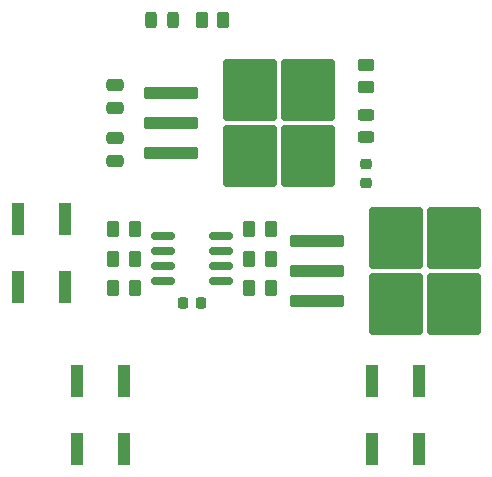
<source format=gtp>
%TF.GenerationSoftware,KiCad,Pcbnew,9.0.0*%
%TF.CreationDate,2025-03-26T19:28:16+01:00*%
%TF.ProjectId,attiny_pwm,61747469-6e79-45f7-9077-6d2e6b696361,1*%
%TF.SameCoordinates,Original*%
%TF.FileFunction,Paste,Top*%
%TF.FilePolarity,Positive*%
%FSLAX46Y46*%
G04 Gerber Fmt 4.6, Leading zero omitted, Abs format (unit mm)*
G04 Created by KiCad (PCBNEW 9.0.0) date 2025-03-26 19:28:16*
%MOMM*%
%LPD*%
G01*
G04 APERTURE LIST*
G04 Aperture macros list*
%AMRoundRect*
0 Rectangle with rounded corners*
0 $1 Rounding radius*
0 $2 $3 $4 $5 $6 $7 $8 $9 X,Y pos of 4 corners*
0 Add a 4 corners polygon primitive as box body*
4,1,4,$2,$3,$4,$5,$6,$7,$8,$9,$2,$3,0*
0 Add four circle primitives for the rounded corners*
1,1,$1+$1,$2,$3*
1,1,$1+$1,$4,$5*
1,1,$1+$1,$6,$7*
1,1,$1+$1,$8,$9*
0 Add four rect primitives between the rounded corners*
20,1,$1+$1,$2,$3,$4,$5,0*
20,1,$1+$1,$4,$5,$6,$7,0*
20,1,$1+$1,$6,$7,$8,$9,0*
20,1,$1+$1,$8,$9,$2,$3,0*%
G04 Aperture macros list end*
%ADD10R,1.000000X2.750000*%
%ADD11RoundRect,0.218750X-0.256250X0.218750X-0.256250X-0.218750X0.256250X-0.218750X0.256250X0.218750X0*%
%ADD12RoundRect,0.250000X-2.025000X-2.375000X2.025000X-2.375000X2.025000X2.375000X-2.025000X2.375000X0*%
%ADD13RoundRect,0.250000X-2.050000X-0.300000X2.050000X-0.300000X2.050000X0.300000X-2.050000X0.300000X0*%
%ADD14RoundRect,0.250000X-0.450000X0.262500X-0.450000X-0.262500X0.450000X-0.262500X0.450000X0.262500X0*%
%ADD15RoundRect,0.250000X-0.262500X-0.450000X0.262500X-0.450000X0.262500X0.450000X-0.262500X0.450000X0*%
%ADD16RoundRect,0.250000X0.475000X-0.250000X0.475000X0.250000X-0.475000X0.250000X-0.475000X-0.250000X0*%
%ADD17RoundRect,0.243750X-0.243750X-0.456250X0.243750X-0.456250X0.243750X0.456250X-0.243750X0.456250X0*%
%ADD18RoundRect,0.250000X-0.475000X0.250000X-0.475000X-0.250000X0.475000X-0.250000X0.475000X0.250000X0*%
%ADD19RoundRect,0.243750X0.456250X-0.243750X0.456250X0.243750X-0.456250X0.243750X-0.456250X-0.243750X0*%
%ADD20RoundRect,0.150000X0.825000X0.150000X-0.825000X0.150000X-0.825000X-0.150000X0.825000X-0.150000X0*%
%ADD21RoundRect,0.250000X0.262500X0.450000X-0.262500X0.450000X-0.262500X-0.450000X0.262500X-0.450000X0*%
%ADD22RoundRect,0.225000X0.225000X0.250000X-0.225000X0.250000X-0.225000X-0.250000X0.225000X-0.250000X0*%
G04 APERTURE END LIST*
D10*
%TO.C,SW2*%
X148673000Y-125507000D03*
X148673000Y-131257000D03*
X144673000Y-125507000D03*
X144673000Y-131257000D03*
%TD*%
D11*
%TO.C,D2*%
X169173000Y-108669500D03*
X169173000Y-107094500D03*
%TD*%
D12*
%TO.C,U1*%
X164223000Y-106407000D03*
X164223000Y-100857000D03*
X159373000Y-106407000D03*
X159373000Y-100857000D03*
D13*
X152648000Y-106172000D03*
X152648000Y-103632000D03*
X152648000Y-101092000D03*
%TD*%
D14*
%TO.C,R8*%
X169173000Y-100544500D03*
X169173000Y-98719500D03*
%TD*%
D15*
%TO.C,R6*%
X149585500Y-117632000D03*
X147760500Y-117632000D03*
%TD*%
%TO.C,R2*%
X149585500Y-115132000D03*
X147760500Y-115132000D03*
%TD*%
D10*
%TO.C,SW1*%
X143673000Y-111757000D03*
X143673000Y-117507000D03*
X139673000Y-111757000D03*
X139673000Y-117507000D03*
%TD*%
D16*
%TO.C,C2*%
X147923000Y-104932000D03*
X147923000Y-106832000D03*
%TD*%
D15*
%TO.C,R7*%
X161085500Y-117632000D03*
X159260500Y-117632000D03*
%TD*%
D17*
%TO.C,D1*%
X152860500Y-94882000D03*
X150985500Y-94882000D03*
%TD*%
D18*
%TO.C,C1*%
X147923000Y-102332000D03*
X147923000Y-100432000D03*
%TD*%
D10*
%TO.C,SW3*%
X169673000Y-131257000D03*
X169673000Y-125507000D03*
X173673000Y-131257000D03*
X173673000Y-125507000D03*
%TD*%
D13*
%TO.C,Q1*%
X165023000Y-118672000D03*
D12*
X176598000Y-118907000D03*
X176598000Y-113357000D03*
X171748000Y-118907000D03*
X171748000Y-113357000D03*
D13*
X165023000Y-116132000D03*
X165023000Y-113592000D03*
%TD*%
D19*
%TO.C,D3*%
X169173000Y-102944500D03*
X169173000Y-104819500D03*
%TD*%
D20*
%TO.C,U2*%
X151948000Y-117037000D03*
X151948000Y-115767000D03*
X151948000Y-114497000D03*
X151948000Y-113227000D03*
X156898000Y-113227000D03*
X156898000Y-114497000D03*
X156898000Y-115767000D03*
X156898000Y-117037000D03*
%TD*%
D21*
%TO.C,R5*%
X147760500Y-112632000D03*
X149585500Y-112632000D03*
%TD*%
D15*
%TO.C,R1*%
X157085500Y-94882000D03*
X155260500Y-94882000D03*
%TD*%
D21*
%TO.C,R3*%
X159260500Y-115132000D03*
X161085500Y-115132000D03*
%TD*%
D15*
%TO.C,R4*%
X161085500Y-112632000D03*
X159260500Y-112632000D03*
%TD*%
D22*
%TO.C,C3*%
X153648000Y-118882000D03*
X155198000Y-118882000D03*
%TD*%
M02*

</source>
